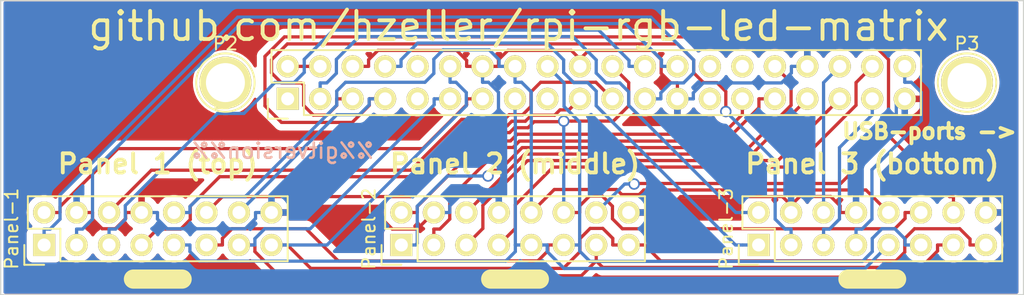
<source format=kicad_pcb>
(kicad_pcb (version 20221018) (generator pcbnew)
  (layers (0 "F.Cu" signal) (31 "B.Cu" signal) (34 "B.Paste" user) (35 "F.Paste" user) (36 "B.SilkS" user "B.Silkscreen") (37 "F.SilkS" user "F.Silkscreen") (38 "B.Mask" user) (39 "F.Mask" user) (44 "Edge.Cuts" user))
  (net 0 "")
  (net 1 "VCC")
  (net 2 "GND")
  (net 3 "p2_g1")
  (net 4 "p2_b1")
  (net 5 "strobe")
  (net 6 "p2_r1")
  (net 7 "p2_r2")
  (net 8 "p0_r1")
  (net 9 "p0_g1")
  (net 10 "OE")
  (net 11 "p0_b1")
  (net 12 "p0_r2")
  (net 13 "p0_g2")
  (net 14 "row_D")
  (net 15 "row_C")
  (net 16 "p0_b2")
  (net 17 "clock")
  (net 18 "row_B")
  (net 19 "row_A")
  (net 20 "p1_g1")
  (net 21 "p1_b1")
  (net 22 "p1_r1")
  (net 23 "p1_r2")
  (net 24 "p1_b2")
  (net 25 "p2_b2")
  (net 26 "p1_g2")
  (net 27 "p2_g2")
  (footprint "Pin_Headers:Pin_Header_Straight_2x20" (layer "F.Cu") (at 107.95 43.18 90)
    (fp_text reference "P1")
    (fp_text value "CONN_02X20" hide)
  )
  (footprint "Pin_Headers:Pin_Header_Straight_2x08" (layer "F.Cu") (at 88.9 54.61 90)
    (fp_text reference "Panel-1")
    (fp_text value "CONN_02X08" hide)
  )
  (footprint "Pin_Headers:Pin_Header_Straight_2x08" (layer "F.Cu") (at 116.84 54.61 90)
    (fp_text reference "Panel-2")
    (fp_text value "CONN_02X08" hide)
  )
  (footprint "Pin_Headers:Pin_Header_Straight_2x08" (layer "F.Cu") (at 144.78 54.61 90)
    (fp_text reference "Panel-3")
    (fp_text value "CONN_02X08" hide)
  )
  (footprint "Connect:1pin" (layer "F.Cu") (at 103.08 41.91)
    (fp_text reference "P2")
    (fp_text value "CONN_01X01" hide)
  )
  (footprint "Connect:1pin" (layer "F.Cu") (at 161.08 41.91)
    (fp_text reference "P3")
    (fp_text value "CONN_01X01" hide)
  )
  (gr_line (start 123.825 57.277) (end 127.635 57.277) (stroke (width 1.5)) (layer "F.SilkS"))
  (gr_line (start 151.765 57.277) (end 155.575 57.277) (stroke (width 1.5)) (layer "F.SilkS"))
  (gr_line (start 95.885 57.277) (end 99.695 57.277) (stroke (width 1.5)) (layer "F.SilkS"))
  (gr_line (start 165.5 35.5) (end 165.5 58.5) (stroke (width 0.1)) (layer "Edge.Cuts"))
  (gr_line (start 165.5 58.5) (end 85.5 58.5) (stroke (width 0.1)) (layer "Edge.Cuts"))
  (gr_line (start 85.5 58.5) (end 85.5 35.5) (stroke (width 0.1)) (layer "Edge.Cuts"))
  (gr_line (start 85.5 35.5) (end 165.5 35.5) (stroke (width 0.1)) (layer "Edge.Cuts"))
  (gr_text "%%gitversion%%" (at 114.808 47.244) (layer "B.SilkS") (effects (font (size 1.2 1.2) (thickness 0.2)) (justify left mirror)))
  (gr_text "USB-ports ->" (at 165.1 45.72) (layer "F.SilkS") (effects (font (size 1.2 1.2) (thickness 0.3)) (justify right)))
  (gr_text "Panel 2 (middle)" (at 125.73 48.26) (layer "F.SilkS") (effects (font (size 1.5 1.5) (thickness 0.3))))
  (gr_text "Panel 3 (bottom)" (at 153.67 48.26) (layer "F.SilkS") (effects (font (size 1.5 1.5) (thickness 0.3))))
  (gr_text "github.com/hzeller/rpi-rgb-led-matrix" (at 126 37.5) (layer "F.SilkS") (effects (font (size 2.2 2.2) (thickness 0.3))))
  (gr_text "Panel 1 (top)" (at 97.79 48.26) (layer "F.SilkS") (effects (font (size 1.5 1.5) (thickness 0.3))))
  (segment (start 110.49 40.64) (end 107.95 40.64) (width 0.254) (layer "F.Cu") (net 1))
  (segment (start 123.19 40.64) (end 121.9451 40.64) (width 0.254) (layer "F.Cu") (net 2))
  (segment (start 131.487 39.3935) (end 136.4517 39.3935) (width 0.254) (layer "F.Cu") (net 2))
  (segment (start 147.32 52.07) (end 147.32 51.5005) (width 0.254) (layer "F.Cu") (net 2))
  (segment (start 137.9142 41.9351) (end 138.43 41.9351) (width 0.254) (layer "F.Cu") (net 2))
  (segment (start 93.4391 53.34) (end 92.6849 52.5858) (width 0.254) (layer "F.Cu") (net 2))
  (segment (start 147.32 51.5005) (end 148.0036 50.8169) (width 0.254) (layer "F.Cu") (net 2))
  (segment (start 130.133 39.3935) (end 125.1656 39.3935) (width 0.254) (layer "F.Cu") (net 2))
  (segment (start 138.43 43.18) (end 138.43 41.9351) (width 0.254) (layer "F.Cu") (net 2))
  (segment (start 121.1654 39.3935) (end 115.0056 39.3935) (width 0.254) (layer "F.Cu") (net 2))
  (segment (start 124.4349 40.1242) (end 124.4349 40.64) (width 0.254) (layer "F.Cu") (net 2))
  (segment (start 134.62 52.07) (end 135.8649 52.07) (width 0.254) (layer "F.Cu") (net 2))
  (segment (start 130.81 40.0705) (end 130.133 39.3935) (width 0.254) (layer "F.Cu") (net 2))
  (segment (start 118.085 53.365) (end 116.1284 53.365) (width 0.254) (layer "F.Cu") (net 2))
  (segment (start 136.4517 39.3935) (end 137.16 40.1018) (width 0.254) (layer "F.Cu") (net 2))
  (segment (start 151.1551 51.5542) (end 151.1551 52.07) (width 0.254) (layer "F.Cu") (net 2))
  (segment (start 125.1656 39.3935) (end 124.4349 40.1242) (width 0.254) (layer "F.Cu") (net 2))
  (segment (start 92.6849 52.5858) (end 92.6849 52.07) (width 0.254) (layer "F.Cu") (net 2))
  (segment (start 148.0036 50.8169) (end 150.4178 50.8169) (width 0.254) (layer "F.Cu") (net 2))
  (segment (start 156.21 43.18) (end 156.21 44.4751) (width 0.254) (layer "F.Cu") (net 2))
  (segment (start 156.21 44.4751) (end 162.56 50.8251) (width 0.254) (layer "F.Cu") (net 2))
  (segment (start 162.56 52.07) (end 162.56 50.8251) (width 0.254) (layer "F.Cu") (net 2))
  (segment (start 137.4331 52.07) (end 138.6781 50.825) (width 0.254) (layer "F.Cu") (net 2))
  (segment (start 116.1284 53.365) (end 114.8334 52.07) (width 0.254) (layer "F.Cu") (net 2))
  (segment (start 96.52 52.07) (end 95.2751 52.07) (width 0.254) (layer "F.Cu") (net 2))
  (segment (start 138.6781 50.825) (end 146.6445 50.825) (width 0.254) (layer "F.Cu") (net 2))
  (segment (start 119.38 52.07) (end 118.085 53.365) (width 0.254) (layer "F.Cu") (net 2))
  (segment (start 150.4178 50.8169) (end 151.1551 51.5542) (width 0.254) (layer "F.Cu") (net 2))
  (segment (start 95.2751 52.07) (end 95.2751 52.5368) (width 0.254) (layer "F.Cu") (net 2))
  (segment (start 137.16 40.1018) (end 137.16 41.1809) (width 0.254) (layer "F.Cu") (net 2))
  (segment (start 152.4 52.07) (end 151.1551 52.07) (width 0.254) (layer "F.Cu") (net 2))
  (segment (start 130.81 40.64) (end 130.81 40.0705) (width 0.254) (layer "F.Cu") (net 2))
  (segment (start 114.2749 40.1242) (end 114.2749 40.64) (width 0.254) (layer "F.Cu") (net 2))
  (segment (start 137.16 41.1809) (end 137.9142 41.9351) (width 0.254) (layer "F.Cu") (net 2))
  (segment (start 135.8649 52.07) (end 137.4331 52.07) (width 0.254) (layer "F.Cu") (net 2))
  (segment (start 95.2751 52.5368) (end 94.4719 53.34) (width 0.254) (layer "F.Cu") (net 2))
  (segment (start 114.8334 52.07) (end 106.68 52.07) (width 0.254) (layer "F.Cu") (net 2))
  (segment (start 94.4719 53.34) (end 93.4391 53.34) (width 0.254) (layer "F.Cu") (net 2))
  (segment (start 121.9451 40.1732) (end 121.1654 39.3935) (width 0.254) (layer "F.Cu") (net 2))
  (segment (start 130.81 40.0705) (end 131.487 39.3935) (width 0.254) (layer "F.Cu") (net 2))
  (segment (start 123.19 40.64) (end 124.4349 40.64) (width 0.254) (layer "F.Cu") (net 2))
  (segment (start 115.0056 39.3935) (end 114.2749 40.1242) (width 0.254) (layer "F.Cu") (net 2))
  (segment (start 146.6445 50.825) (end 147.32 51.5005) (width 0.254) (layer "F.Cu") (net 2))
  (segment (start 113.03 40.64) (end 114.2749 40.64) (width 0.254) (layer "F.Cu") (net 2))
  (segment (start 121.9451 40.64) (end 121.9451 40.1732) (width 0.254) (layer "F.Cu") (net 2))
  (segment (start 91.44 52.07) (end 92.6849 52.07) (width 0.254) (layer "F.Cu") (net 2))
  (segment (start 130.81 40.64) (end 131.064 40.386) (width 0.254) (layer "B.Cu") (net 2))
  (segment (start 139.6749 43.18) (end 139.6749 42.7131) (width 0.254) (layer "B.Cu") (net 2))
  (segment (start 138.43 43.18) (end 139.6749 43.18) (width 0.254) (layer "B.Cu") (net 2))
  (segment (start 123.19 40.64) (end 122.936 40.386) (width 0.254) (layer "B.Cu") (net 2))
  (segment (start 123.19 40.64) (end 123.19 41.8849) (width 0.254) (layer "B.Cu") (net 2))
  (segment (start 152.4 47.5778) (end 152.4 52.07) (width 0.254) (layer "B.Cu") (net 2))
  (segment (start 124.46 51.0015) (end 124.46 50.8251) (width 0.254) (layer "B.Cu") (net 2))
  (segment (start 119.38 52.07) (end 120.6249 52.07) (width 0.254) (layer "B.Cu") (net 2))
  (segment (start 121.3662 50.8129) (end 120.6249 51.5542) (width 0.254) (layer "B.Cu") (net 2))
  (segment (start 146.5658 41.9351) (end 147.3451 41.1558) (width 0.254) (layer "B.Cu") (net 2))
  (segment (start 140.4529 41.9351) (end 146.5658 41.9351) (width 0.254) (layer "B.Cu") (net 2))
  (segment (start 98.5191 53.34) (end 97.7649 52.5858) (width 0.254) (layer "B.Cu") (net 2))
  (segment (start 155.6405 43.18) (end 155.549 43.18) (width 0.254) (layer "B.Cu") (net 2))
  (segment (start 105.4351 52.5368) (end 104.6319 53.34) (width 0.254) (layer "B.Cu") (net 2))
  (segment (start 139.6749 42.7131) (end 140.4529 41.9351) (width 0.254) (layer "B.Cu") (net 2))
  (segment (start 104.6319 53.34) (end 98.5191 53.34) (width 0.254) (layer "B.Cu") (net 2))
  (segment (start 105.4351 52.07) (end 105.4351 52.5368) (width 0.254) (layer "B.Cu") (net 2))
  (segment (start 123.19 41.8849) (end 123.6569 41.8849) (width 0.254) (layer "B.Cu") (net 2))
  (segment (start 156.21 43.18) (end 155.6405 43.18) (width 0.254) (layer "B.Cu") (net 2))
  (segment (start 148.59 40.64) (end 147.3451 40.64) (width 0.254) (layer "B.Cu") (net 2))
  (segment (start 106.68 52.07) (end 105.4351 52.07) (width 0.254) (layer "B.Cu") (net 2))
  (segment (start 124.7135 50.5716) (end 124.46 50.8251) (width 0.254) (layer "B.Cu") (net 2))
  (segment (start 124.46 52.07) (end 124.46 51.0015) (width 0.254) (layer "B.Cu") (net 2))
  (segment (start 120.6249 51.5542) (end 120.6249 52.07) (width 0.254) (layer "B.Cu") (net 2))
  (segment (start 97.7649 52.5858) (end 97.7649 52.07) (width 0.254) (layer "B.Cu") (net 2))
  (segment (start 124.4349 42.6629) (end 124.4349 48.716) (width 0.254) (layer "B.Cu") (net 2))
  (segment (start 148.59 40.64) (end 148.717 40.513) (width 0.254) (layer "B.Cu") (net 2))
  (segment (start 96.52 52.07) (end 97.7649 52.07) (width 0.254) (layer "B.Cu") (net 2))
  (segment (start 124.7135 48.9946) (end 124.7135 50.5716) (width 0.254) (layer "B.Cu") (net 2))
  (segment (start 124.46 51.0015) (end 124.2714 50.8129) (width 0.254) (layer "B.Cu") (net 2))
  (segment (start 123.6569 41.8849) (end 124.4349 42.6629) (width 0.254) (layer "B.Cu") (net 2))
  (segment (start 155.549 44.4288) (end 152.4 47.5778) (width 0.254) (layer "B.Cu") (net 2))
  (segment (start 155.549 43.18) (end 155.549 44.4288) (width 0.254) (layer "B.Cu") (net 2))
  (segment (start 147.3451 41.1558) (end 147.3451 40.64) (width 0.254) (layer "B.Cu") (net 2))
  (segment (start 124.2714 50.8129) (end 121.3662 50.8129) (width 0.254) (layer "B.Cu") (net 2))
  (segment (start 124.4349 48.716) (end 124.7135 48.9946) (width 0.254) (layer "B.Cu") (net 2))
  (segment (start 132.8509 41.935) (end 132.08 41.1641) (width 0.254) (layer "B.Cu") (net 3))
  (segment (start 133.9264 41.935) (end 132.8509 41.935) (width 0.254) (layer "B.Cu") (net 3))
  (segment (start 134.62 43.6919) (end 134.62 42.6286) (width 0.254) (layer "B.Cu") (net 3))
  (segment (start 110.49 43.18) (end 110.49 41.9351) (width 0.254) (layer "B.Cu") (net 3))
  (segment (start 111.0058 41.9351) (end 110.49 41.9351) (width 0.254) (layer "B.Cu") (net 3))
  (segment (start 132.08 40.1388) (end 130.2519 38.3107) (width 0.254) (layer "B.Cu") (net 3))
  (segment (start 132.08 41.1641) (end 132.08 40.1388) (width 0.254) (layer "B.Cu") (net 3))
  (segment (start 111.76 40.093) (end 111.76 41.1809) (width 0.254) (layer "B.Cu") (net 3))
  (segment (start 134.62 42.6286) (end 133.9264 41.935) (width 0.254) (layer "B.Cu") (net 3))
  (segment (start 111.76 41.1809) (end 111.0058 41.9351) (width 0.254) (layer "B.Cu") (net 3))
  (segment (start 144.78 52.07) (end 142.9981 52.07) (width 0.254) (layer "B.Cu") (net 3))
  (segment (start 113.5423 38.3107) (end 111.76 40.093) (width 0.254) (layer "B.Cu") (net 3))
  (segment (start 142.9981 52.07) (end 134.62 43.6919) (width 0.254) (layer "B.Cu") (net 3))
  (segment (start 130.2519 38.3107) (end 113.5423 38.3107) (width 0.254) (layer "B.Cu") (net 3))
  (segment (start 106.6848 40.1232) (end 107.9229 38.8851) (width 0.254) (layer "F.Cu") (net 4))
  (segment (start 139.7 41.1427) (end 140.4673 41.91) (width 0.254) (layer "F.Cu") (net 4))
  (segment (start 109.195 43.6943) (end 109.195 42.1039) (width 0.254) (layer "F.Cu") (net 4))
  (segment (start 111.7851 43.18) (end 111.7851 43.6958) (width 0.254) (layer "F.Cu") (net 4))
  (segment (start 109.0261 41.935) (end 107.4676 41.935) (width 0.254) (layer "F.Cu") (net 4))
  (segment (start 111.0272 44.4537) (end 109.9544 44.4537) (width 0.254) (layer "F.Cu") (net 4))
  (segment (start 142.215 42.6036) (end 142.215 44.1727) (width 0.254) (layer "F.Cu") (net 4))
  (segment (start 141.5214 41.91) (end 142.215 42.6036) (width 0.254) (layer "F.Cu") (net 4))
  (segment (start 111.7851 43.6958) (end 111.0272 44.4537) (width 0.254) (layer "F.Cu") (net 4))
  (segment (start 139.7 40.1453) (end 139.7 41.1427) (width 0.254) (layer "F.Cu") (net 4))
  (segment (start 138.4398 38.8851) (end 139.7 40.1453) (width 0.254) (layer "F.Cu") (net 4))
  (segment (start 140.4673 41.91) (end 141.5214 41.91) (width 0.254) (layer "F.Cu") (net 4))
  (segment (start 106.6848 41.1522) (end 106.6848 40.1232) (width 0.254) (layer "F.Cu") (net 4))
  (segment (start 113.03 43.18) (end 111.7851 43.18) (width 0.254) (layer "F.Cu") (net 4))
  (segment (start 107.9229 38.8851) (end 138.4398 38.8851) (width 0.254) (layer "F.Cu") (net 4))
  (segment (start 109.9544 44.4537) (end 109.195 43.6943) (width 0.254) (layer "F.Cu") (net 4))
  (segment (start 107.4676 41.935) (end 106.6848 41.1522) (width 0.254) (layer "F.Cu") (net 4))
  (segment (start 109.195 42.1039) (end 109.0261 41.935) (width 0.254) (layer "F.Cu") (net 4))
  (via (at 142.215 44.1727) (size 0.889) (drill 0.635) (layers "F.Cu" "B.Cu") (net 4))
  (segment (start 146.0751 48.0328) (end 142.215 44.1727) (width 0.254) (layer "B.Cu") (net 4))
  (segment (start 146.0751 52.5871) (end 146.0751 48.0328) (width 0.254) (layer "B.Cu") (net 4))
  (segment (start 146.8531 53.3651) (end 146.0751 52.5871) (width 0.254) (layer "B.Cu") (net 4))
  (segment (start 147.32 54.61) (end 147.32 53.3651) (width 0.254) (layer "B.Cu") (net 4))
  (segment (start 147.32 53.3651) (end 146.8531 53.3651) (width 0.254) (layer "B.Cu") (net 4))
  (segment (start 106.1721 39.857) (end 107.6953 38.3338) (width 0.254) (layer "F.Cu") (net 5))
  (segment (start 115.57 43.18) (end 114.3251 43.18) (width 0.254) (layer "F.Cu") (net 5))
  (segment (start 107.6953 38.3338) (end 153.1668 38.3338) (width 0.254) (layer "F.Cu") (net 5))
  (segment (start 154.94 46.0566) (end 159.7085 50.8251) (width 0.254) (layer "F.Cu") (net 5))
  (segment (start 153.1668 38.3338) (end 154.94 40.107) (width 0.254) (layer "F.Cu") (net 5))
  (segment (start 154.94 46.0566) (end 151.1971 49.7995) (width 0.254) (layer "F.Cu") (net 5))
  (segment (start 107.4657 45.0247) (end 106.1721 43.7311) (width 0.254) (layer "F.Cu") (net 5))
  (segment (start 114.3251 43.18) (end 114.3251 43.6958) (width 0.254) (layer "F.Cu") (net 5))
  (segment (start 135.087139 49.7995) (end 135.0451 49.841539) (width 0.254) (layer "F.Cu") (net 5))
  (segment (start 159.7085 50.8251) (end 160.02 50.8251) (width 0.254) (layer "F.Cu") (net 5))
  (segment (start 114.3251 43.6958) (end 112.9962 45.0247) (width 0.254) (layer "F.Cu") (net 5))
  (segment (start 106.1721 43.7311) (end 106.1721 39.857) (width 0.254) (layer "F.Cu") (net 5))
  (segment (start 112.9962 45.0247) (end 107.4657 45.0247) (width 0.254) (layer "F.Cu") (net 5))
  (segment (start 151.1971 49.7995) (end 135.087139 49.7995) (width 0.254) (layer "F.Cu") (net 5))
  (segment (start 160.02 52.07) (end 160.02 50.8251) (width 0.254) (layer "F.Cu") (net 5))
  (segment (start 154.94 40.107) (end 154.94 46.0566) (width 0.254) (layer "F.Cu") (net 5))
  (via (at 135.0451 49.841539) (size 0.889) (drill 0.635) (layers "F.Cu" "B.Cu") (net 5))
  (segment (start 114.3251 43.6469) (end 113.5471 44.4249) (width 0.254) (layer "B.Cu") (net 5))
  (segment (start 111.7851 44.4249) (end 104.14 52.07) (width 0.254) (layer "B.Cu") (net 5))
  (segment (start 134.416483 49.841539) (end 135.0451 49.841539) (width 0.254) (layer "B.Cu") (net 5))
  (segment (start 114.3251 43.18) (end 114.3251 43.6469) (width 0.254) (layer "B.Cu") (net 5))
  (segment (start 134.308461 49.841539) (end 134.416483 49.841539) (width 0.254) (layer "B.Cu") (net 5))
  (segment (start 115.57 43.18) (end 114.3251 43.18) (width 0.254) (layer "B.Cu") (net 5))
  (segment (start 132.08 52.07) (end 134.308461 49.841539) (width 0.254) (layer "B.Cu") (net 5))
  (segment (start 113.5471 44.4249) (end 111.7851 44.4249) (width 0.254) (layer "B.Cu") (net 5))
  (segment (start 131.4119 41.91) (end 130.3178 41.91) (width 0.254) (layer "B.Cu") (net 6))
  (segment (start 130.3178 41.91) (end 129.5321 41.1243) (width 0.254) (layer "B.Cu") (net 6))
  (segment (start 132.0799 42.578) (end 131.4119 41.91) (width 0.254) (layer "B.Cu") (net 6))
  (segment (start 143.5351 54.61) (end 142.9692 54.61) (width 0.254) (layer "B.Cu") (net 6))
  (segment (start 128.2189 38.819) (end 118.1201 38.819) (width 0.254) (layer "B.Cu") (net 6))
  (segment (start 116.8149 40.1242) (end 116.8149 40.64) (width 0.254) (layer "B.Cu") (net 6))
  (segment (start 118.1201 38.819) (end 116.8149 40.1242) (width 0.254) (layer "B.Cu") (net 6))
  (segment (start 115.57 40.64) (end 116.8149 40.64) (width 0.254) (layer "B.Cu") (net 6))
  (segment (start 132.0799 43.7207) (end 132.0799 42.578) (width 0.254) (layer "B.Cu") (net 6))
  (segment (start 144.78 54.61) (end 143.5351 54.61) (width 0.254) (layer "B.Cu") (net 6))
  (segment (start 142.9692 54.61) (end 132.0799 43.7207) (width 0.254) (layer "B.Cu") (net 6))
  (segment (start 129.5321 40.1322) (end 128.2189 38.819) (width 0.254) (layer "B.Cu") (net 6))
  (segment (start 129.5321 41.1243) (end 129.5321 40.1322) (width 0.254) (layer "B.Cu") (net 6))
  (segment (start 151.1049 46.99) (end 153.67 44.4249) (width 0.254) (layer "B.Cu") (net 7))
  (segment (start 149.86 53.3651) (end 150.3269 53.3651) (width 0.254) (layer "B.Cu") (net 7))
  (segment (start 149.86 54.61) (end 149.86 53.3651) (width 0.254) (layer "B.Cu") (net 7))
  (segment (start 150.3269 53.3651) (end 151.1049 52.5871) (width 0.254) (layer "B.Cu") (net 7))
  (segment (start 151.1049 52.5871) (end 151.1049 46.99) (width 0.254) (layer "B.Cu") (net 7))
  (segment (start 153.67 43.18) (end 153.67 44.4249) (width 0.254) (layer "B.Cu") (net 7))
  (segment (start 139.7 40.1384) (end 136.3474 36.7858) (width 0.254) (layer "B.Cu") (net 8))
  (segment (start 135.89 43.18) (end 137.1349 43.18) (width 0.254) (layer "B.Cu") (net 8))
  (segment (start 138.9108 41.9351) (end 139.7 41.1459) (width 0.254) (layer "B.Cu") (net 8))
  (segment (start 139.7 41.1459) (end 139.7 40.1384) (width 0.254) (layer "B.Cu") (net 8))
  (segment (start 90.1449 50.689) (end 90.1449 52.5871) (width 0.254) (layer "B.Cu") (net 8))
  (segment (start 137.1349 42.7131) (end 137.9129 41.9351) (width 0.254) (layer "B.Cu") (net 8))
  (segment (start 104.0481 36.7858) (end 90.1449 50.689) (width 0.254) (layer "B.Cu") (net 8))
  (segment (start 137.1349 43.18) (end 137.1349 42.7131) (width 0.254) (layer "B.Cu") (net 8))
  (segment (start 88.9 54.61) (end 88.9 53.3651) (width 0.254) (layer "B.Cu") (net 8))
  (segment (start 136.3474 36.7858) (end 104.0481 36.7858) (width 0.254) (layer "B.Cu") (net 8))
  (segment (start 89.3669 53.3651) (end 88.9 53.3651) (width 0.254) (layer "B.Cu") (net 8))
  (segment (start 90.1449 52.5871) (end 89.3669 53.3651) (width 0.254) (layer "B.Cu") (net 8))
  (segment (start 137.9129 41.9351) (end 138.9108 41.9351) (width 0.254) (layer "B.Cu") (net 8))
  (segment (start 121.9451 43.6455) (end 121.9451 43.18) (width 0.254) (layer "F.Cu") (net 9))
  (segment (start 123.19 43.18) (end 121.9451 43.18) (width 0.254) (layer "F.Cu") (net 9))
  (segment (start 90.1449 52.07) (end 90.1449 51.6032) (width 0.254) (layer "F.Cu") (net 9))
  (segment (start 90.1449 51.6032) (end 94.6753 47.0728) (width 0.254) (layer "F.Cu") (net 9))
  (segment (start 118.5178 47.0728) (end 121.9451 43.6455) (width 0.254) (layer "F.Cu") (net 9))
  (segment (start 88.9 52.07) (end 90.1449 52.07) (width 0.254) (layer "F.Cu") (net 9))
  (segment (start 94.6753 47.0728) (end 118.5178 47.0728) (width 0.254) (layer "F.Cu") (net 9))
  (segment (start 161.3151 54.1432) (end 160.5117 53.3398) (width 0.254) (layer "F.Cu") (net 10))
  (segment (start 130.81 54.1097) (end 130.81 55.1382) (width 0.254) (layer "F.Cu") (net 10))
  (segment (start 133.3751 54.61) (end 133.3751 54.0942) (width 0.254) (layer "F.Cu") (net 10))
  (segment (start 109.7566 56.4417) (end 107.9249 54.61) (width 0.254) (layer "F.Cu") (net 10))
  (segment (start 162.56 54.61) (end 161.3151 54.61) (width 0.254) (layer "F.Cu") (net 10))
  (segment (start 161.3151 54.61) (end 161.3151 54.1432) (width 0.254) (layer "F.Cu") (net 10))
  (segment (start 156.21 55.1707) (end 155.5258 55.8549) (width 0.254) (layer "F.Cu") (net 10))
  (segment (start 160.5117 53.3398) (end 156.9716 53.3398) (width 0.254) (layer "F.Cu") (net 10))
  (segment (start 156.21 54.1014) (end 156.21 55.1707) (width 0.254) (layer "F.Cu") (net 10))
  (segment (start 155.5258 55.8549) (end 137.1098 55.8549) (width 0.254) (layer "F.Cu") (net 10))
  (segment (start 134.62 54.61) (end 133.3751 54.61) (width 0.254) (layer "F.Cu") (net 10))
  (segment (start 129.5065 56.4417) (end 109.7566 56.4417) (width 0.254) (layer "F.Cu") (net 10))
  (segment (start 131.6048 53.3149) (end 130.81 54.1097) (width 0.254) (layer "F.Cu") (net 10))
  (segment (start 106.68 54.61) (end 107.9249 54.61) (width 0.254) (layer "F.Cu") (net 10))
  (segment (start 130.81 55.1382) (end 129.5065 56.4417) (width 0.254) (layer "F.Cu") (net 10))
  (segment (start 137.1098 55.8549) (end 135.8649 54.61) (width 0.254) (layer "F.Cu") (net 10))
  (segment (start 156.9716 53.3398) (end 156.21 54.1014) (width 0.254) (layer "F.Cu") (net 10))
  (segment (start 134.62 54.61) (end 135.8649 54.61) (width 0.254) (layer "F.Cu") (net 10))
  (segment (start 132.5958 53.3149) (end 131.6048 53.3149) (width 0.254) (layer "F.Cu") (net 10))
  (segment (start 133.3751 54.0942) (end 132.5958 53.3149) (width 0.254) (layer "F.Cu") (net 10))
  (segment (start 120.65 41.8849) (end 121.1168 41.8849) (width 0.254) (layer "B.Cu") (net 10))
  (segment (start 121.92 43.7177) (end 111.0277 54.61) (width 0.254) (layer "B.Cu") (net 10))
  (segment (start 121.1168 41.8849) (end 121.92 42.6881) (width 0.254) (layer "B.Cu") (net 10))
  (segment (start 121.92 42.6881) (end 121.92 43.7177) (width 0.254) (layer "B.Cu") (net 10))
  (segment (start 120.65 40.64) (end 120.65 41.8849) (width 0.254) (layer "B.Cu") (net 10))
  (segment (start 111.0277 54.61) (end 106.68 54.61) (width 0.254) (layer "B.Cu") (net 10))
  (segment (start 104.2702 37.2941) (end 92.6849 48.8794) (width 0.254) (layer "B.Cu") (net 11))
  (segment (start 91.9069 53.3651) (end 91.44 53.3651) (width 0.254) (layer "B.Cu") (net 11))
  (segment (start 137.1851 40.1242) (end 134.355 37.2941) (width 0.254) (layer "B.Cu") (net 11))
  (segment (start 91.44 54.61) (end 91.44 53.3651) (width 0.254) (layer "B.Cu") (net 11))
  (segment (start 92.6849 48.8794) (end 92.6849 52.5871) (width 0.254) (layer "B.Cu") (net 11))
  (segment (start 138.43 40.64) (end 137.1851 40.64) (width 0.254) (layer "B.Cu") (net 11))
  (segment (start 92.6849 52.5871) (end 91.9069 53.3651) (width 0.254) (layer "B.Cu") (net 11))
  (segment (start 134.355 37.2941) (end 104.2702 37.2941) (width 0.254) (layer "B.Cu") (net 11))
  (segment (start 137.1851 40.64) (end 137.1851 40.1242) (width 0.254) (layer "B.Cu") (net 11))
  (segment (start 108.4564 41.9044) (end 106.9402 41.9044) (width 0.254) (layer "B.Cu") (net 12))
  (segment (start 94.4958 53.3651) (end 93.98 53.3651) (width 0.254) (layer "B.Cu") (net 12))
  (segment (start 134.6451 40.1731) (end 132.2744 37.8024) (width 0.254) (layer "B.Cu") (net 12))
  (segment (start 95.25 51.5278) (end 95.25 52.6109) (width 0.254) (layer "B.Cu") (net 12))
  (segment (start 102.4544 44.3234) (end 95.25 51.5278) (width 0.254) (layer "B.Cu") (net 12))
  (segment (start 109.245 40.0898) (end 109.245 41.1158) (width 0.254) (layer "B.Cu") (net 12))
  (segment (start 106.9402 41.9044) (end 104.5212 44.3234) (width 0.254) (layer "B.Cu") (net 12))
  (segment (start 134.6451 40.64) (end 134.6451 40.1731) (width 0.254) (layer "B.Cu") (net 12))
  (segment (start 135.89 40.64) (end 134.6451 40.64) (width 0.254) (layer "B.Cu") (net 12))
  (segment (start 93.98 54.61) (end 93.98 53.3651) (width 0.254) (layer "B.Cu") (net 12))
  (segment (start 132.2744 37.8024) (end 111.5324 37.8024) (width 0.254) (layer "B.Cu") (net 12))
  (segment (start 109.245 41.1158) (end 108.4564 41.9044) (width 0.254) (layer "B.Cu") (net 12))
  (segment (start 111.5324 37.8024) (end 109.245 40.0898) (width 0.254) (layer "B.Cu") (net 12))
  (segment (start 104.5212 44.3234) (end 102.4544 44.3234) (width 0.254) (layer "B.Cu") (net 12))
  (segment (start 95.25 52.6109) (end 94.4958 53.3651) (width 0.254) (layer "B.Cu") (net 12))
  (segment (start 125.264795 44.424601) (end 124.903396 44.786) (width 0.254) (layer "F.Cu") (net 13))
  (segment (start 124.903396 44.786) (end 121.5505 44.786) (width 0.254) (layer "F.Cu") (net 13))
  (segment (start 94.843599 51.206401) (end 93.98 52.07) (width 0.254) (layer "F.Cu") (net 13))
  (segment (start 127.7343 41.885) (end 126.974601 42.644699) (width 0.254) (layer "F.Cu") (net 13))
  (segment (start 126.974601 43.777409) (end 126.327409 44.424601) (width 0.254) (layer "F.Cu") (net 13))
  (segment (start 126.327409 44.424601) (end 125.264795 44.424601) (width 0.254) (layer "F.Cu") (net 13))
  (segment (start 117.5751 48.7614) (end 97.2886 48.7614) (width 0.254) (layer "F.Cu") (net 13))
  (segment (start 126.974601 42.644699) (end 126.974601 43.777409) (width 0.254) (layer "F.Cu") (net 13))
  (segment (start 132.055 41.885) (end 127.7343 41.885) (width 0.254) (layer "F.Cu") (net 13))
  (segment (start 97.2886 48.7614) (end 94.843599 51.206401) (width 0.254) (layer "F.Cu") (net 13))
  (segment (start 133.35 43.18) (end 132.055 41.885) (width 0.254) (layer "F.Cu") (net 13))
  (segment (start 121.5505 44.786) (end 117.5751 48.7614) (width 0.254) (layer "F.Cu") (net 13))
  (segment (start 122.5657 45.8194) (end 125.306864 45.8194) (width 0.254) (layer "F.Cu") (net 14))
  (segment (start 117.56 50.8251) (end 122.5657 45.8194) (width 0.254) (layer "F.Cu") (net 14))
  (segment (start 156.2351 52.5368) (end 155.4319 53.34) (width 0.254) (layer "F.Cu") (net 14))
  (segment (start 102.8449 50.8251) (end 117.56 50.8251) (width 0.254) (layer "F.Cu") (net 14))
  (segment (start 131.5523 50.7868) (end 130.7849 51.5542) (width 0.254) (layer "F.Cu") (net 14))
  (segment (start 132.5581 50.7868) (end 131.5523 50.7868) (width 0.254) (layer "F.Cu") (net 14))
  (segment (start 129.491518 44.967963) (end 129.540005 44.919476) (width 0.254) (layer "F.Cu") (net 14))
  (segment (start 134.62 43.7219) (end 133.422424 44.919476) (width 0.254) (layer "F.Cu") (net 14))
  (segment (start 125.685643 45.440621) (end 126.748257 45.440621) (width 0.254) (layer "F.Cu") (net 14))
  (segment (start 101.6 52.07) (end 102.8449 50.8251) (width 0.254) (layer "F.Cu") (net 14))
  (segment (start 126.748257 45.440621) (end 127.220915 44.967963) (width 0.254) (layer "F.Cu") (net 14))
  (segment (start 133.35 52.5622) (end 133.35 51.5787) (width 0.254) (layer "F.Cu") (net 14))
  (segment (start 134.62 41.91) (end 134.62 43.7219) (width 0.254) (layer "F.Cu") (net 14))
  (segment (start 130.168622 44.919476) (end 129.540005 44.919476) (width 0.254) (layer "F.Cu") (net 14))
  (segment (start 133.422424 44.919476) (end 130.168622 44.919476) (width 0.254) (layer "F.Cu") (net 14))
  (segment (start 125.306864 45.8194) (end 125.685643 45.440621) (width 0.254) (layer "F.Cu") (net 14))
  (segment (start 134.1278 53.34) (end 133.35 52.5622) (width 0.254) (layer "F.Cu") (net 14))
  (segment (start 156.2351 52.07) (end 156.2351 52.5368) (width 0.254) (layer "F.Cu") (net 14))
  (segment (start 127.220915 44.967963) (end 129.491518 44.967963) (width 0.254) (layer "F.Cu") (net 14))
  (segment (start 133.35 51.5787) (end 132.5581 50.7868) (width 0.254) (layer "F.Cu") (net 14))
  (segment (start 133.35 40.64) (end 134.62 41.91) (width 0.254) (layer "F.Cu") (net 14))
  (segment (start 129.54 52.07) (end 130.7849 52.07) (width 0.254) (layer "F.Cu") (net 14))
  (segment (start 130.7849 51.5542) (end 130.7849 52.07) (width 0.254) (layer "F.Cu") (net 14))
  (segment (start 157.48 52.07) (end 156.2351 52.07) (width 0.254) (layer "F.Cu") (net 14))
  (segment (start 155.4319 53.34) (end 134.1278 53.34) (width 0.254) (layer "F.Cu") (net 14))
  (via (at 129.540005 44.919476) (size 0.889) (drill 0.635) (layers "F.Cu" "B.Cu") (net 14))
  (segment (start 129.54 52.07) (end 129.54 44.919481) (width 0.254) (layer "B.Cu") (net 14))
  (segment (start 129.54 44.919481) (end 129.540005 44.919476) (width 0.254) (layer "B.Cu") (net 14))
  (segment (start 109.3822 53.34) (end 103.5991 53.34) (width 0.254) (layer "F.Cu") (net 15))
  (segment (start 128.2951 54.61) (end 128.2951 55.0768) (width 0.254) (layer "F.Cu") (net 15))
  (segment (start 127.5169 55.855) (end 111.8972 55.855) (width 0.254) (layer "F.Cu") (net 15))
  (segment (start 111.8972 55.855) (end 109.3822 53.34) (width 0.254) (layer "F.Cu") (net 15))
  (segment (start 102.8449 54.0942) (end 102.8449 54.61) (width 0.254) (layer "F.Cu") (net 15))
  (segment (start 128.2951 55.0768) (end 127.5169 55.855) (width 0.254) (layer "F.Cu") (net 15))
  (segment (start 103.5991 53.34) (end 102.8449 54.0942) (width 0.254) (layer "F.Cu") (net 15))
  (segment (start 101.6 54.61) (end 102.8449 54.61) (width 0.254) (layer "F.Cu") (net 15))
  (segment (start 129.54 54.61) (end 128.2951 54.61) (width 0.254) (layer "F.Cu") (net 15))
  (segment (start 153.6682 54.1016) (end 153.6682 55.1289) (width 0.254) (layer "B.Cu") (net 15))
  (segment (start 129.565 43.77701) (end 129.565 41.935) (width 0.254) (layer "B.Cu") (net 15))
  (segment (start 130.7849 55.0905) (end 130.7849 54.61) (width 0.254) (layer "B.Cu") (net 15))
  (segment (start 129.133599 41.503599) (end 128.27 40.64) (width 0.254) (layer "B.Cu") (net 15))
  (segment (start 157.48 54.61) (end 156.2351 54.61) (width 0.254) (layer "B.Cu") (net 15))
  (segment (start 155.4319 53.34) (end 154.4298 53.34) (width 0.254) (layer "B.Cu") (net 15))
  (segment (start 129.565 41.935) (end 129.133599 41.503599) (width 0.254) (layer "B.Cu") (net 15))
  (segment (start 130.7849 54.61) (end 130.7849 44.99691) (width 0.254) (layer "B.Cu") (net 15))
  (segment (start 152.906 55.8911) (end 131.5855 55.8911) (width 0.254) (layer "B.Cu") (net 15))
  (segment (start 130.7849 44.99691) (end 129.565 43.77701) (width 0.254) (layer "B.Cu") (net 15))
  (segment (start 156.2351 54.1432) (end 155.4319 53.34) (width 0.254) (layer "B.Cu") (net 15))
  (segment (start 153.6682 55.1289) (end 152.906 55.8911) (width 0.254) (layer "B.Cu") (net 15))
  (segment (start 156.2351 54.61) (end 156.2351 54.1432) (width 0.254) (layer "B.Cu") (net 15))
  (segment (start 130.6578 54.61) (end 130.7849 54.61) (width 0.254) (layer "B.Cu") (net 15))
  (segment (start 154.4298 53.34) (end 153.6682 54.1016) (width 0.254) (layer "B.Cu") (net 15))
  (segment (start 129.54 54.61) (end 130.6578 54.61) (width 0.254) (layer "B.Cu") (net 15))
  (segment (start 131.5855 55.8911) (end 130.7849 55.0905) (width 0.254) (layer "B.Cu") (net 15))
  (segment (start 129.946401 44.043599) (end 129.248411 44.043599) (width 0.254) (layer "F.Cu") (net 16))
  (segment (start 122.2965 45.2944) (end 118.3211 49.2698) (width 0.254) (layer "F.Cu") (net 16))
  (segment (start 102.6308 49.2698) (end 100.33 51.5706) (width 0.254) (layer "F.Cu") (net 16))
  (segment (start 118.3211 49.2698) (end 102.6308 49.2698) (width 0.254) (layer "F.Cu") (net 16))
  (segment (start 125.11343 45.2944) (end 122.2965 45.2944) (width 0.254) (layer "F.Cu") (net 16))
  (segment (start 100.33 51.5706) (end 100.33 52.6214) (width 0.254) (layer "F.Cu") (net 16))
  (segment (start 100.33 52.6214) (end 99.5863 53.3651) (width 0.254) (layer "F.Cu") (net 16))
  (segment (start 97.7649 53.3651) (end 97.383599 53.746401) (width 0.254) (layer "F.Cu") (net 16))
  (segment (start 130.81 43.18) (end 129.946401 44.043599) (width 0.254) (layer "F.Cu") (net 16))
  (segment (start 99.5863 53.3651) (end 97.7649 53.3651) (width 0.254) (layer "F.Cu") (net 16))
  (segment (start 129.248411 44.043599) (end 128.832057 44.459953) (width 0.254) (layer "F.Cu") (net 16))
  (segment (start 97.383599 53.746401) (end 96.52 54.61) (width 0.254) (layer "F.Cu") (net 16))
  (segment (start 128.832057 44.459953) (end 127.010491 44.459953) (width 0.254) (layer "F.Cu") (net 16))
  (segment (start 125.475219 44.932611) (end 125.11343 45.2944) (width 0.254) (layer "F.Cu") (net 16))
  (segment (start 127.010491 44.459953) (end 126.537833 44.932611) (width 0.254) (layer "F.Cu") (net 16))
  (segment (start 126.537833 44.932611) (end 125.475219 44.932611) (width 0.254) (layer "F.Cu") (net 16))
  (segment (start 104.14 54.61) (end 105.3849 54.61) (width 0.254) (layer "F.Cu") (net 17))
  (segment (start 132.5883 56.3632) (end 157.4887 56.3632) (width 0.254) (layer "F.Cu") (net 17))
  (segment (start 105.3849 55.1258) (end 105.3849 54.61) (width 0.254) (layer "F.Cu") (net 17))
  (segment (start 132.08 55.8549) (end 130.9188 57.0161) (width 0.254) (layer "F.Cu") (net 17))
  (segment (start 160.02 54.61) (end 158.7751 54.61) (width 0.254) (layer "F.Cu") (net 17))
  (segment (start 132.08 54.61) (end 132.08 55.8549) (width 0.254) (layer "F.Cu") (net 17))
  (segment (start 132.08 55.8549) (end 132.5883 56.3632) (width 0.254) (layer "F.Cu") (net 17))
  (segment (start 158.7751 55.0768) (end 158.7751 54.61) (width 0.254) (layer "F.Cu") (net 17))
  (segment (start 157.4887 56.3632) (end 158.7751 55.0768) (width 0.254) (layer "F.Cu") (net 17))
  (segment (start 107.2752 57.0161) (end 105.3849 55.1258) (width 0.254) (layer "F.Cu") (net 17))
  (segment (start 130.9188 57.0161) (end 107.2752 57.0161) (width 0.254) (layer "F.Cu") (net 17))
  (segment (start 105.3849 54.1143) (end 106.1592 53.34) (width 0.254) (layer "B.Cu") (net 17))
  (segment (start 109.7133 53.34) (end 119.4051 43.6482) (width 0.254) (layer "B.Cu") (net 17))
  (segment (start 120.65 43.18) (end 119.4051 43.18) (width 0.254) (layer "B.Cu") (net 17))
  (segment (start 119.4051 43.6482) (end 119.4051 43.18) (width 0.254) (layer "B.Cu") (net 17))
  (segment (start 105.3849 54.61) (end 105.3849 54.1143) (width 0.254) (layer "B.Cu") (net 17))
  (segment (start 104.14 54.61) (end 105.3849 54.61) (width 0.254) (layer "B.Cu") (net 17))
  (segment (start 106.1592 53.34) (end 109.7133 53.34) (width 0.254) (layer "B.Cu") (net 17))
  (segment (start 128.7994 50.2706) (end 127.863599 51.206401) (width 0.254) (layer "F.Cu") (net 18))
  (segment (start 135.800481 50.3079) (end 135.441341 50.66704) (width 0.254) (layer "F.Cu") (net 18))
  (segment (start 135.441341 50.66704) (end 134.07604 50.66704) (width 0.254) (layer "F.Cu") (net 18))
  (segment (start 134.07604 50.66704) (end 133.6796 50.2706) (width 0.254) (layer "F.Cu") (net 18))
  (segment (start 133.6796 50.2706) (end 128.7994 50.2706) (width 0.254) (layer "F.Cu") (net 18))
  (segment (start 153.1779 50.3079) (end 135.800481 50.3079) (width 0.254) (layer "F.Cu") (net 18))
  (segment (start 154.94 52.07) (end 153.1779 50.3079) (width 0.254) (layer "F.Cu") (net 18))
  (segment (start 127.863599 51.206401) (end 127 52.07) (width 0.254) (layer "F.Cu") (net 18))
  (segment (start 127 42.6391) (end 126.2458 41.8849) (width 0.254) (layer "B.Cu") (net 18))
  (segment (start 125.73 40.64) (end 125.73 41.8849) (width 0.254) (layer "B.Cu") (net 18))
  (segment (start 111.785 43.6758) (end 111.785 42.5721) (width 0.254) (layer "B.Cu") (net 18))
  (segment (start 112.4721 41.885) (end 118.6864 41.885) (width 0.254) (layer "B.Cu") (net 18))
  (segment (start 120.103 39.3538) (end 123.7147 39.3538) (width 0.254) (layer "B.Cu") (net 18))
  (segment (start 100.3049 51.6031) (end 101.0829 50.8251) (width 0.254) (layer "B.Cu") (net 18))
  (segment (start 100.3049 52.07) (end 100.3049 51.6031) (width 0.254) (layer "B.Cu") (net 18))
  (segment (start 127 52.07) (end 127 42.6391) (width 0.254) (layer "B.Cu") (net 18))
  (segment (start 111.785 42.5721) (end 112.4721 41.885) (width 0.254) (layer "B.Cu") (net 18))
  (segment (start 125.73 40.64) (end 124.4851 40.64) (width 0.254) (layer "B.Cu") (net 18))
  (segment (start 101.0829 50.8251) (end 104.6357 50.8251) (width 0.254) (layer "B.Cu") (net 18))
  (segment (start 99.06 52.07) (end 100.3049 52.07) (width 0.254) (layer "B.Cu") (net 18))
  (segment (start 124.4851 40.1242) (end 124.4851 40.64) (width 0.254) (layer "B.Cu") (net 18))
  (segment (start 123.7147 39.3538) (end 124.4851 40.1242) (width 0.254) (layer "B.Cu") (net 18))
  (segment (start 119.38 40.0768) (end 120.103 39.3538) (width 0.254) (layer "B.Cu") (net 18))
  (segment (start 118.6864 41.885) (end 119.38 41.1914) (width 0.254) (layer "B.Cu") (net 18))
  (segment (start 126.2458 41.8849) (end 125.73 41.8849) (width 0.254) (layer "B.Cu") (net 18))
  (segment (start 104.6357 50.8251) (end 111.785 43.6758) (width 0.254) (layer "B.Cu") (net 18))
  (segment (start 119.38 41.1914) (end 119.38 40.0768) (width 0.254) (layer "B.Cu") (net 18))
  (segment (start 127 54.61) (end 128.2449 54.61) (width 0.254) (layer "B.Cu") (net 19))
  (segment (start 125.73 43.18) (end 125.73 44.4249) (width 0.254) (layer "B.Cu") (net 19))
  (segment (start 125.7551 54.61) (end 125.7551 44.45) (width 0.254) (layer "B.Cu") (net 19))
  (segment (start 154.94 54.61) (end 153.1005 56.4495) (width 0.254) (layer "B.Cu") (net 19))
  (segment (start 100.3049 55.1258) (end 101.0531 55.874) (width 0.254) (layer "B.Cu") (net 19))
  (segment (start 125.7551 44.45) (end 125.73 44.4249) (width 0.254) (layer "B.Cu") (net 19))
  (segment (start 101.0531 55.874) (end 125.0069 55.874) (width 0.254) (layer "B.Cu") (net 19))
  (segment (start 125.8822 54.61) (end 125.7551 54.61) (width 0.254) (layer "B.Cu") (net 19))
  (segment (start 125.7551 55.1258) (end 125.7551 54.61) (width 0.254) (layer "B.Cu") (net 19))
  (segment (start 128.2449 55.1258) (end 128.2449 54.61) (width 0.254) (layer "B.Cu") (net 19))
  (segment (start 127 54.61) (end 125.8822 54.61) (width 0.254) (layer "B.Cu") (net 19))
  (segment (start 129.5686 56.4495) (end 128.2449 55.1258) (width 0.254) (layer "B.Cu") (net 19))
  (segment (start 99.06 54.61) (end 100.3049 54.61) (width 0.254) (layer "B.Cu") (net 19))
  (segment (start 125.0069 55.874) (end 125.7551 55.1258) (width 0.254) (layer "B.Cu") (net 19))
  (segment (start 100.3049 54.61) (end 100.3049 55.1258) (width 0.254) (layer "B.Cu") (net 19))
  (segment (start 153.1005 56.4495) (end 129.5686 56.4495) (width 0.254) (layer "B.Cu") (net 19))
  (segment (start 123.211928 46.475972) (end 118.0849 51.603) (width 0.254) (layer "F.Cu") (net 20))
  (segment (start 141.962683 45.948631) (end 125.896067 45.948631) (width 0.254) (layer "F.Cu") (net 20))
  (segment (start 125.368727 46.475971) (end 123.211928 46.475972) (width 0.254) (layer "F.Cu") (net 20))
  (segment (start 118.0849 52.046414) (end 118.061314 52.07) (width 0.254) (layer "F.Cu") (net 20))
  (segment (start 125.896067 45.948631) (end 125.368727 46.475971) (width 0.254) (layer "F.Cu") (net 20))
  (segment (start 118.0849 51.603) (end 118.0849 52.046414) (width 0.254) (layer "F.Cu") (net 20))
  (segment (start 143.51 44.401314) (end 141.962683 45.948631) (width 0.254) (layer "F.Cu") (net 20))
  (segment (start 143.51 43.18) (end 143.51 44.401314) (width 0.254) (layer "F.Cu") (net 20))
  (segment (start 118.061314 52.07) (end 116.84 52.07) (width 0.254) (layer "F.Cu") (net 20))
  (segment (start 119.8469 53.3651) (end 119.38 53.3651) (width 0.254) (layer "F.Cu") (net 21))
  (segment (start 146.05 43.18) (end 144.8051 43.18) (width 0.254) (layer "F.Cu") (net 21))
  (segment (start 126.079151 46.483981) (end 125.579151 46.983981) (width 0.254) (layer "F.Cu") (net 21))
  (segment (start 120.6249 50.985896) (end 120.6249 52.5871) (width 0.254) (layer "F.Cu") (net 21))
  (segment (start 124.626815 46.983981) (end 120.6249 50.985896) (width 0.254) (layer "F.Cu") (net 21))
  (segment (start 144.8051 43.8705) (end 142.191619 46.483981) (width 0.254) (layer "F.Cu") (net 21))
  (segment (start 119.38 53.3651) (end 119.38 54.61) (width 0.254) (layer "F.Cu") (net 21))
  (segment (start 120.6249 52.5871) (end 119.8469 53.3651) (width 0.254) (layer "F.Cu") (net 21))
  (segment (start 144.8051 43.18) (end 144.8051 43.8705) (width 0.254) (layer "F.Cu") (net 21))
  (segment (start 125.579151 46.983981) (end 124.626815 46.983981) (width 0.254) (layer "F.Cu") (net 21))
  (segment (start 142.191619 46.483981) (end 126.079151 46.483981) (width 0.254) (layer "F.Cu") (net 21))
  (segment (start 147.32 41.91) (end 147.32 43.6828) (width 0.254) (layer "F.Cu") (net 22))
  (segment (start 147.32 43.6828) (end 144.01081 46.99199) (width 0.254) (layer "F.Cu") (net 22))
  (segment (start 124.511396 48.77017) (end 124.062368 48.77017) (width 0.254) (layer "F.Cu") (net 22))
  (segment (start 144.01081 46.99199) (end 126.289576 46.99199) (width 0.254) (layer "F.Cu") (net 22))
  (segment (start 146.05 40.64) (end 147.32 41.91) (width 0.254) (layer "F.Cu") (net 22))
  (segment (start 124.062368 48.77017) (end 123.617869 49.214669) (width 0.254) (layer "F.Cu") (net 22))
  (segment (start 126.289576 46.99199) (end 124.511396 48.77017) (width 0.254) (layer "F.Cu") (net 22))
  (via (at 123.617869 49.214669) (size 0.889) (drill 0.635) (layers "F.Cu" "B.Cu") (net 22))
  (segment (start 122.989252 49.214669) (end 123.617869 49.214669) (width 0.254) (layer "B.Cu") (net 22))
  (segment (start 120.444531 49.214669) (end 122.989252 49.214669) (width 0.254) (layer "B.Cu") (net 22))
  (segment (start 116.84 54.61) (end 117.9576 54.61) (width 0.254) (layer "B.Cu") (net 22))
  (segment (start 117.9576 54.61) (end 118.0849 54.4827) (width 0.254) (layer "B.Cu") (net 22))
  (segment (start 118.0849 54.4827) (end 118.0849 51.5743) (width 0.254) (layer "B.Cu") (net 22))
  (segment (start 118.0849 51.5743) (end 120.444531 49.214669) (width 0.254) (layer "B.Cu") (net 22))
  (segment (start 146.30199 48.00801) (end 150.266401 44.043599) (width 0.254) (layer "F.Cu") (net 23))
  (segment (start 126.710424 48.00801) (end 146.30199 48.00801) (width 0.254) (layer "F.Cu") (net 23))
  (segment (start 150.266401 44.043599) (end 151.13 43.18) (width 0.254) (layer "F.Cu") (net 23))
  (segment (start 121.92 54.61) (end 123.215399 53.314601) (width 0.254) (layer "F.Cu") (net 23))
  (segment (start 123.215399 51.503035) (end 126.710424 48.00801) (width 0.254) (layer "F.Cu") (net 23))
  (segment (start 123.215399 53.314601) (end 123.215399 51.503035) (width 0.254) (layer "F.Cu") (net 23))
  (segment (start 152.4 43.6799) (end 152.4 41.91) (width 0.254) (layer "F.Cu") (net 24))
  (segment (start 125.755399 53.314601) (end 125.755399 51.472591) (width 0.254) (layer "F.Cu") (net 24))
  (segment (start 152.4 41.91) (end 152.806401 41.503599) (width 0.254) (layer "F.Cu") (net 24))
  (segment (start 152.806401 41.503599) (end 153.67 40.64) (width 0.254) (layer "F.Cu") (net 24))
  (segment (start 128.71197 48.51602) (end 147.56388 48.51602) (width 0.254) (layer "F.Cu") (net 24))
  (segment (start 147.56388 48.51602) (end 152.4 43.6799) (width 0.254) (layer "F.Cu") (net 24))
  (segment (start 125.755399 51.472591) (end 128.71197 48.51602) (width 0.254) (layer "F.Cu") (net 24))
  (segment (start 124.46 54.61) (end 125.755399 53.314601) (width 0.254) (layer "F.Cu") (net 24))
  (segment (start 157.505 44.8643) (end 153.6449 48.7244) (width 0.254) (layer "B.Cu") (net 25))
  (segment (start 152.4 54.61) (end 152.4 53.3651) (width 0.254) (layer "B.Cu") (net 25))
  (segment (start 153.6449 48.7244) (end 153.6449 52.5871) (width 0.254) (layer "B.Cu") (net 25))
  (segment (start 152.8669 53.3651) (end 152.4 53.3651) (width 0.254) (layer "B.Cu") (net 25))
  (segment (start 157.505 42.6641) (end 157.505 44.8643) (width 0.254) (layer "B.Cu") (net 25))
  (segment (start 156.7258 41.8849) (end 157.505 42.6641) (width 0.254) (layer "B.Cu") (net 25))
  (segment (start 156.21 41.8849) (end 156.7258 41.8849) (width 0.254) (layer "B.Cu") (net 25))
  (segment (start 153.6449 52.5871) (end 152.8669 53.3651) (width 0.254) (layer "B.Cu") (net 25))
  (segment (start 156.21 40.64) (end 156.21 41.8849) (width 0.254) (layer "B.Cu") (net 25))
  (segment (start 121.93001 52.07) (end 123.000005 51.000005) (width 0.254) (layer "F.Cu") (net 26))
  (segment (start 123.000005 51.000005) (end 123.000005 50.999995) (width 0.254) (layer "F.Cu") (net 26))
  (segment (start 123.000005 50.999995) (end 126.5 47.5) (width 0.254) (layer "F.Cu") (net 26))
  (segment (start 144.27 47.5) (end 148.59 43.18) (width 0.254) (layer "F.Cu") (net 26))
  (segment (start 121.92 52.07) (end 121.93001 52.07) (width 0.254) (layer "F.Cu") (net 26))
  (segment (start 122.793599 51.206401) (end 123.000005 50.999995) (width 0.254) (layer "F.Cu") (net 26))
  (segment (start 126.5 47.5) (end 144.27 47.5) (width 0.254) (layer "F.Cu") (net 26))
  (segment (start 149.86 41.91) (end 149.86 52.07) (width 0.254) (layer "B.Cu") (net 27))
  (segment (start 151.13 40.64) (end 149.86 41.91) (width 0.254) (layer "B.Cu") (net 27))
  (zone (net 2) (net_name "GND") (layer "F.Cu") (connect_pads (clearance 0.508)) (min_thickness 0.254) (fill yes (thermal_gap 0.508) (thermal_bridge_width 0.508))
    (polygon (pts (xy 85.725 35.56) (xy 165.1 35.56) (xy 165.1 58.42) (xy 85.725 58.42)))
  )
  (zone (net 2) (net_name "GND") (layer "B.Cu") (connect_pads (clearance 0.508)) (min_thickness 0.254) (fill yes (thermal_gap 0.508) (thermal_bridge_width 0.508))
    (polygon (pts (xy 85.725 35.56) (xy 165.1 35.56) (xy 165.1 58.42) (xy 85.725 58.42)))
  )
)
</source>
